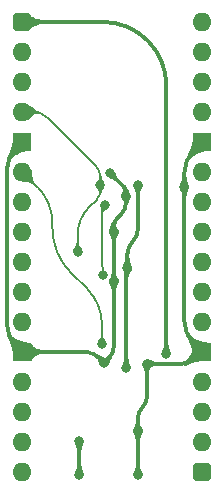
<source format=gbl>
%TF.GenerationSoftware,KiCad,Pcbnew,9.0.5*%
%TF.CreationDate,2025-10-11T12:48:29+02:00*%
%TF.ProjectId,Graphics Main Data,47726170-6869-4637-9320-4d61696e2044,V0*%
%TF.SameCoordinates,Original*%
%TF.FileFunction,Copper,L2,Bot*%
%TF.FilePolarity,Positive*%
%FSLAX46Y46*%
G04 Gerber Fmt 4.6, Leading zero omitted, Abs format (unit mm)*
G04 Created by KiCad (PCBNEW 9.0.5) date 2025-10-11 12:48:29*
%MOMM*%
%LPD*%
G01*
G04 APERTURE LIST*
G04 Aperture macros list*
%AMRoundRect*
0 Rectangle with rounded corners*
0 $1 Rounding radius*
0 $2 $3 $4 $5 $6 $7 $8 $9 X,Y pos of 4 corners*
0 Add a 4 corners polygon primitive as box body*
4,1,4,$2,$3,$4,$5,$6,$7,$8,$9,$2,$3,0*
0 Add four circle primitives for the rounded corners*
1,1,$1+$1,$2,$3*
1,1,$1+$1,$4,$5*
1,1,$1+$1,$6,$7*
1,1,$1+$1,$8,$9*
0 Add four rect primitives between the rounded corners*
20,1,$1+$1,$2,$3,$4,$5,0*
20,1,$1+$1,$4,$5,$6,$7,0*
20,1,$1+$1,$6,$7,$8,$9,0*
20,1,$1+$1,$8,$9,$2,$3,0*%
G04 Aperture macros list end*
%TA.AperFunction,ComponentPad*%
%ADD10RoundRect,0.400000X-0.400000X-0.400000X0.400000X-0.400000X0.400000X0.400000X-0.400000X0.400000X0*%
%TD*%
%TA.AperFunction,ComponentPad*%
%ADD11O,1.600000X1.600000*%
%TD*%
%TA.AperFunction,ComponentPad*%
%ADD12R,1.600000X1.600000*%
%TD*%
%TA.AperFunction,ViaPad*%
%ADD13C,0.800000*%
%TD*%
%TA.AperFunction,Conductor*%
%ADD14C,0.380000*%
%TD*%
%TA.AperFunction,Conductor*%
%ADD15C,0.200000*%
%TD*%
G04 APERTURE END LIST*
D10*
%TO.P,J5,1*%
%TO.N,5V*%
X0Y0D03*
D11*
%TO.P,J5,2*%
%TO.N,unconnected-(J5-Pad2)*%
X0Y-2540000D03*
%TO.P,J5,3*%
%TO.N,unconnected-(J5-Pad3)*%
X0Y-5080000D03*
%TO.P,J5,4*%
%TO.N,~{Main Read}*%
X0Y-7620000D03*
D12*
%TO.P,J5,5*%
%TO.N,GND*%
X0Y-10160000D03*
D11*
%TO.P,J5,6*%
%TO.N,~{Main Write}*%
X0Y-12700000D03*
%TO.P,J5,7*%
%TO.N,D7*%
X0Y-15240000D03*
%TO.P,J5,8*%
%TO.N,D6*%
X0Y-17780000D03*
%TO.P,J5,9*%
%TO.N,D5*%
X0Y-20320000D03*
%TO.P,J5,10*%
%TO.N,D4*%
X0Y-22860000D03*
%TO.P,J5,11*%
%TO.N,D3*%
X0Y-25400000D03*
D12*
%TO.P,J5,12*%
%TO.N,GND*%
X0Y-27940000D03*
D11*
%TO.P,J5,13*%
%TO.N,D2*%
X0Y-30480000D03*
%TO.P,J5,14*%
%TO.N,D1*%
X0Y-33020000D03*
%TO.P,J5,15*%
%TO.N,D0*%
X0Y-35560000D03*
%TO.P,J5,16*%
%TO.N,unconnected-(J5-Pad16)*%
X0Y-38100000D03*
D10*
%TO.P,J5,17*%
%TO.N,5V*%
X15240000Y-38100000D03*
D11*
%TO.P,J5,18*%
%TO.N,MD0*%
X15240000Y-35560000D03*
%TO.P,J5,19*%
%TO.N,MD1*%
X15240000Y-33020000D03*
%TO.P,J5,20*%
%TO.N,MD2*%
X15240000Y-30480000D03*
D12*
%TO.P,J5,21*%
%TO.N,GND*%
X15240000Y-27940000D03*
D11*
%TO.P,J5,22*%
%TO.N,MD3*%
X15240000Y-25400000D03*
%TO.P,J5,23*%
%TO.N,MD4*%
X15240000Y-22860000D03*
%TO.P,J5,24*%
%TO.N,MD5*%
X15240000Y-20320000D03*
%TO.P,J5,25*%
%TO.N,MD6*%
X15240000Y-17780000D03*
%TO.P,J5,26*%
%TO.N,MD7*%
X15240000Y-15240000D03*
%TO.P,J5,27*%
%TO.N,unconnected-(J5-Pad27)*%
X15240000Y-12700000D03*
D12*
%TO.P,J5,28*%
%TO.N,GND*%
X15240000Y-10160000D03*
D11*
%TO.P,J5,29*%
%TO.N,unconnected-(J5-Pad29)*%
X15240000Y-7620000D03*
%TO.P,J5,30*%
%TO.N,unconnected-(J5-Pad30)*%
X15240000Y-5080000D03*
%TO.P,J5,31*%
%TO.N,unconnected-(J5-Pad31)*%
X15240000Y-2540000D03*
%TO.P,J5,32*%
%TO.N,unconnected-(J5-Pad32)*%
X15240000Y0D03*
%TD*%
D13*
%TO.N,GND*%
X7747000Y-21971000D03*
X6908001Y-28879001D03*
X8763000Y-14732000D03*
X9779000Y-34656000D03*
X4814001Y-35494997D03*
X4826000Y-38364400D03*
X10541000Y-28956000D03*
X13716000Y-13970000D03*
X9779000Y-38364400D03*
X7747000Y-17780000D03*
X7420188Y-12802199D03*
%TO.N,5V*%
X12192000Y-28116000D03*
%TO.N,/3.3V*%
X8889997Y-20828000D03*
X9779000Y-13798000D03*
X8808000Y-29337000D03*
%TO.N,~{Main Write}*%
X6731000Y-27305000D03*
%TO.N,~{Main Read}*%
X4681998Y-19447996D03*
X6604000Y-13798000D03*
%TO.N,/~{Read}_{4}*%
X6858000Y-21463000D03*
X6985000Y-15494000D03*
%TD*%
D14*
%TO.N,/3.3V*%
X9779000Y-17532379D02*
G75*
G02*
X9334495Y-18605498I-1517630J9D01*
G01*
X9334498Y-18605501D02*
G75*
G03*
X8890007Y-19678623I1073102J-1073099D01*
G01*
X8848998Y-20868998D02*
G75*
G03*
X8807990Y-20967977I99002J-99002D01*
G01*
%TO.N,5V*%
X10604500Y-1587500D02*
G75*
G02*
X12191998Y-5420064I-3832560J-3832560D01*
G01*
X10604500Y-1587500D02*
G75*
G03*
X6771935Y-2I-3832560J-3832560D01*
G01*
%TO.N,GND*%
X14478000Y-10922000D02*
G75*
G03*
X13716013Y-12761630I1839600J-1839600D01*
G01*
X4814001Y-38343916D02*
G75*
G03*
X4820005Y-38358395I20499J16D01*
G01*
X13716000Y-25338369D02*
G75*
G03*
X14478000Y-27178000I2601630J-1D01*
G01*
X14732000Y-28448000D02*
G75*
G02*
X13505579Y-28955992I-1226400J1226400D01*
G01*
X10160000Y-32649400D02*
G75*
G03*
X9779006Y-33569215I919800J-919800D01*
G01*
X-1270000Y-25771974D02*
G75*
G03*
X-634998Y-27304999I2168030J4D01*
G01*
X7747000Y-27446740D02*
G75*
G02*
X7327502Y-28459503I-1432270J0D01*
G01*
X-634999Y-10795000D02*
G75*
G03*
X-1270001Y-12328025I1533029J-1533030D01*
G01*
X10541000Y-31729584D02*
G75*
G02*
X10160005Y-32649405I-1300800J-16D01*
G01*
X8555468Y-13937479D02*
G75*
G02*
X8762984Y-14438505I-501068J-501021D01*
G01*
X8061308Y-16576690D02*
G75*
G03*
X7746993Y-17335500I758792J-758810D01*
G01*
X8763000Y-15303500D02*
G75*
G02*
X8358884Y-16279107I-1379700J0D01*
G01*
X6438500Y-28409500D02*
G75*
G03*
X5305026Y-27940004I-1133470J-1133480D01*
G01*
D15*
%TO.N,/~{Read}_{4}*%
X6858000Y-15621000D02*
G75*
G03*
X6731002Y-15927605I306600J-306600D01*
G01*
X6731000Y-20611197D02*
G75*
G03*
X6794499Y-20764501I216800J-3D01*
G01*
X6794500Y-20764500D02*
G75*
G02*
X6857999Y-20917802I-153300J-153300D01*
G01*
%TO.N,~{Main Read}*%
X6604000Y-14265000D02*
G75*
G02*
X6273774Y-15062211I-1127400J0D01*
G01*
X2234716Y-8203716D02*
G75*
G03*
X825500Y-7619996I-1409216J-1409204D01*
G01*
X5642999Y-15693001D02*
G75*
G03*
X4682000Y-18013062I2320061J-2320059D01*
G01*
X6170897Y-12139897D02*
G75*
G02*
X6604002Y-13185500I-1045597J-1045603D01*
G01*
%TO.N,~{Main Write}*%
X1270000Y-13970000D02*
G75*
G02*
X2540000Y-17036051I-3066058J-3066054D01*
G01*
X2540000Y-17462500D02*
G75*
G03*
X4111544Y-21256544I5365577J-5D01*
G01*
X5518665Y-22663665D02*
G75*
G02*
X6731000Y-25590500I-2926835J-2926835D01*
G01*
D14*
%TO.N,GND*%
X7747000Y-27446740D02*
X7747000Y-21971000D01*
X7420188Y-12802199D02*
X8555468Y-13937479D01*
X6908001Y-28879001D02*
X6438500Y-28409500D01*
X6908001Y-28879001D02*
X7327500Y-28459501D01*
X14732000Y-28448000D02*
X15240000Y-27940000D01*
X10541000Y-31729584D02*
X10541000Y-28956000D01*
X7747000Y-17780000D02*
X7747000Y-21971000D01*
X5305026Y-27940000D02*
X0Y-27940000D01*
X14478000Y-27178000D02*
X15240000Y-27940000D01*
X13505579Y-28956000D02*
X10541000Y-28956000D01*
X-1270000Y-25771974D02*
X-1270000Y-12328025D01*
X8763000Y-15303500D02*
X8763000Y-14732000D01*
X4814001Y-38343916D02*
X4814001Y-35494997D01*
X7747000Y-17780000D02*
X7747000Y-17335500D01*
X4820000Y-38358400D02*
X4826000Y-38364400D01*
X13716000Y-12761630D02*
X13716000Y-13970000D01*
X8763000Y-14438505D02*
X8763000Y-14732000D01*
X8061308Y-16576690D02*
X8358888Y-16279111D01*
X9779000Y-34656000D02*
X9779000Y-33569215D01*
X9779000Y-34656000D02*
X9779000Y-38364400D01*
X13716000Y-25338369D02*
X13716000Y-13970000D01*
X-634999Y-27305000D02*
X0Y-27940000D01*
X14478000Y-10922000D02*
X15240000Y-10160000D01*
X-634999Y-10795000D02*
X0Y-10160000D01*
%TO.N,5V*%
X12192000Y-28116000D02*
X12192000Y-5420064D01*
X6771935Y0D02*
X0Y0D01*
%TO.N,/3.3V*%
X8808000Y-20967977D02*
X8808000Y-29337000D01*
X9779000Y-17532379D02*
X9779000Y-13798000D01*
X8848998Y-20868998D02*
X8889997Y-20828000D01*
X8889997Y-19678623D02*
X8889997Y-20828000D01*
D15*
%TO.N,~{Main Write}*%
X1270000Y-13970000D02*
X0Y-12700000D01*
X4111544Y-21256544D02*
X5518665Y-22663665D01*
X6731000Y-25590500D02*
X6731000Y-27305000D01*
X2540000Y-17036051D02*
X2540000Y-17462500D01*
%TO.N,~{Main Read}*%
X6273781Y-15062218D02*
X5642999Y-15693001D01*
X6604000Y-14265000D02*
X6604000Y-13798000D01*
X2234716Y-8203716D02*
X6170897Y-12139897D01*
X6604000Y-13798000D02*
X6604000Y-13185500D01*
X825500Y-7620000D02*
X0Y-7620000D01*
X4681998Y-19447996D02*
X4681998Y-18013062D01*
%TO.N,/~{Read}_{4}*%
X6731000Y-15927605D02*
X6731000Y-20611197D01*
X6858000Y-15621000D02*
X6985000Y-15494000D01*
X6858000Y-21463000D02*
X6858000Y-20917802D01*
%TD*%
%TA.AperFunction,Conductor*%
%TO.N,GND*%
G36*
X14454483Y-9867524D02*
G01*
X15235876Y-10157409D01*
X15242440Y-10163499D01*
X15242450Y-10163520D01*
X15598618Y-10943834D01*
X15598935Y-10952783D01*
X15592832Y-10959336D01*
X15588231Y-10960389D01*
X15549618Y-10961237D01*
X15549598Y-10961238D01*
X15422105Y-10972685D01*
X15422085Y-10972688D01*
X15294437Y-10995254D01*
X15294430Y-10995255D01*
X15294427Y-10995256D01*
X15294424Y-10995256D01*
X15294418Y-10995258D01*
X15155337Y-11031551D01*
X15018667Y-11078525D01*
X14876255Y-11139194D01*
X14876254Y-11139195D01*
X14739905Y-11208761D01*
X14608323Y-11287387D01*
X14486675Y-11371619D01*
X14486668Y-11371624D01*
X14287536Y-11542229D01*
X14161450Y-11690216D01*
X14153476Y-11694291D01*
X14147468Y-11693169D01*
X13825270Y-11538008D01*
X13819303Y-11531331D01*
X13819805Y-11522391D01*
X13820560Y-11521055D01*
X13895822Y-11406505D01*
X14089180Y-11058684D01*
X14249414Y-10698727D01*
X14360008Y-10371313D01*
X14421368Y-10092019D01*
X14438752Y-9877545D01*
X14442835Y-9869579D01*
X14451358Y-9866831D01*
X14454483Y-9867524D01*
G37*
%TD.AperFunction*%
%TD*%
%TA.AperFunction,Conductor*%
%TO.N,GND*%
G36*
X14161384Y-26410468D02*
G01*
X14207131Y-26470158D01*
X14207141Y-26470170D01*
X14288784Y-26559019D01*
X14288790Y-26559025D01*
X14300722Y-26569992D01*
X14385345Y-26647773D01*
X14385358Y-26647783D01*
X14495634Y-26735015D01*
X14617395Y-26818426D01*
X14617398Y-26818428D01*
X14874805Y-26960126D01*
X14874809Y-26960127D01*
X14874812Y-26960129D01*
X15100300Y-27048636D01*
X15133737Y-27061761D01*
X15379708Y-27121005D01*
X15589427Y-27138609D01*
X15597384Y-27142716D01*
X15600107Y-27151247D01*
X15599092Y-27155126D01*
X15242450Y-27936479D01*
X15235897Y-27942582D01*
X15235876Y-27942590D01*
X14454447Y-28232488D01*
X14445498Y-28232153D01*
X14439408Y-28225589D01*
X14438719Y-28222496D01*
X14420176Y-28000269D01*
X14387649Y-27835713D01*
X14342236Y-27667693D01*
X14275384Y-27469463D01*
X14197344Y-27274485D01*
X14101566Y-27066360D01*
X14001259Y-26873670D01*
X13820016Y-26578833D01*
X13818603Y-26569992D01*
X13823857Y-26562740D01*
X13824897Y-26562171D01*
X14147024Y-26407043D01*
X14155962Y-26406542D01*
X14161384Y-26410468D01*
G37*
%TD.AperFunction*%
%TD*%
%TA.AperFunction,Conductor*%
%TO.N,GND*%
G36*
X14455668Y-27514342D02*
G01*
X15236717Y-27937530D01*
X15242358Y-27944484D01*
X15242363Y-27944501D01*
X15472873Y-28724370D01*
X15471932Y-28733275D01*
X15464969Y-28738906D01*
X15461206Y-28739377D01*
X15435232Y-28738383D01*
X15435179Y-28738383D01*
X15277755Y-28742259D01*
X15277747Y-28742259D01*
X15108990Y-28759399D01*
X14735397Y-28828566D01*
X14735379Y-28828570D01*
X14358484Y-28926935D01*
X14358480Y-28926936D01*
X14009446Y-29035143D01*
X13732427Y-29129405D01*
X13723491Y-29128826D01*
X13717582Y-29122098D01*
X13717104Y-29120168D01*
X13661181Y-28767054D01*
X13663272Y-28758348D01*
X13667541Y-28754742D01*
X13805209Y-28686535D01*
X13890148Y-28626077D01*
X13974099Y-28553096D01*
X14055801Y-28468415D01*
X14133517Y-28373308D01*
X14266346Y-28164925D01*
X14363187Y-27944253D01*
X14420989Y-27722482D01*
X14438442Y-27523604D01*
X14442578Y-27515665D01*
X14451119Y-27512975D01*
X14455668Y-27514342D01*
G37*
%TD.AperFunction*%
%TD*%
%TA.AperFunction,Conductor*%
%TO.N,GND*%
G36*
X-981410Y-26393057D02*
G01*
X-977443Y-26396824D01*
X-941922Y-26451631D01*
X-920181Y-26485179D01*
X-917724Y-26488969D01*
X-845962Y-26575526D01*
X-760619Y-26661289D01*
X-662058Y-26745521D01*
X-552518Y-26825742D01*
X-316077Y-26962955D01*
X-71911Y-27062356D01*
X162726Y-27120113D01*
X166280Y-27120988D01*
X289017Y-27131358D01*
X374257Y-27138561D01*
X382211Y-27142672D01*
X384929Y-27151204D01*
X383785Y-27155352D01*
X2389Y-27936600D01*
X-4319Y-27942530D01*
X-4330Y-27942534D01*
X-4339Y-27942537D01*
X-784800Y-28209465D01*
X-793737Y-28208900D01*
X-799656Y-28202181D01*
X-800284Y-28198603D01*
X-801599Y-28124524D01*
X-801599Y-28124507D01*
X-816202Y-27970901D01*
X-816206Y-27970872D01*
X-843968Y-27809690D01*
X-893194Y-27605346D01*
X-955707Y-27398630D01*
X-1045214Y-27149131D01*
X-1045219Y-27149117D01*
X-1142651Y-26912545D01*
X-1249317Y-26681671D01*
X-1342469Y-26500939D01*
X-1343213Y-26492015D01*
X-1337429Y-26485179D01*
X-1335101Y-26484279D01*
X-990288Y-26391888D01*
X-981410Y-26393057D01*
G37*
%TD.AperFunction*%
%TD*%
%TA.AperFunction,Conductor*%
%TO.N,GND*%
G36*
X-785514Y-9890289D02*
G01*
X-4337Y-10157463D01*
X2379Y-10163380D01*
X125166Y-10414895D01*
X383471Y-10944005D01*
X384021Y-10952943D01*
X378090Y-10959652D01*
X373500Y-10960825D01*
X270153Y-10965624D01*
X270146Y-10965624D01*
X270144Y-10965625D01*
X142835Y-10983082D01*
X142826Y-10983084D01*
X17052Y-11011303D01*
X17032Y-11011309D01*
X-115977Y-11052629D01*
X-115994Y-11052635D01*
X-244878Y-11103885D01*
X-374590Y-11166981D01*
X-374599Y-11166986D01*
X-496995Y-11237980D01*
X-610984Y-11315536D01*
X-610988Y-11315539D01*
X-610993Y-11315543D01*
X-714759Y-11397869D01*
X-878396Y-11561483D01*
X-977377Y-11703575D01*
X-984916Y-11708404D01*
X-990004Y-11708188D01*
X-1334810Y-11615798D01*
X-1341914Y-11610347D01*
X-1343083Y-11601469D01*
X-1342074Y-11598932D01*
X-1332110Y-11580506D01*
X-1332094Y-11580475D01*
X-1140053Y-11181493D01*
X-1140052Y-11181489D01*
X-980237Y-10773878D01*
X-872340Y-10414895D01*
X-814901Y-10119371D01*
X-800973Y-9900617D01*
X-797028Y-9892578D01*
X-788554Y-9889684D01*
X-785514Y-9890289D01*
G37*
%TD.AperFunction*%
%TD*%
%TA.AperFunction,Conductor*%
%TO.N,GND*%
G36*
X8736809Y-13852695D02*
G01*
X8737206Y-13853129D01*
X8781879Y-13904537D01*
X8819632Y-13947982D01*
X8820569Y-13949215D01*
X8852801Y-13998097D01*
X8878156Y-14036551D01*
X8878981Y-14038024D01*
X8915793Y-14116606D01*
X8916222Y-14117649D01*
X8930485Y-14157761D01*
X8943878Y-14195428D01*
X8994004Y-14328488D01*
X9044343Y-14418321D01*
X9090313Y-14500358D01*
X9091368Y-14509250D01*
X9086630Y-14515789D01*
X8767739Y-14730001D01*
X8758961Y-14731770D01*
X8758916Y-14731761D01*
X8383616Y-14656555D01*
X8376178Y-14651569D01*
X8374443Y-14642784D01*
X8374795Y-14641443D01*
X8413577Y-14523286D01*
X8414380Y-14521413D01*
X8417393Y-14515789D01*
X8469609Y-14418321D01*
X8503270Y-14357934D01*
X8530824Y-14278112D01*
X8531263Y-14241540D01*
X8521761Y-14203416D01*
X8517467Y-14195428D01*
X8497219Y-14157760D01*
X8462585Y-14116024D01*
X8459939Y-14107470D01*
X8463465Y-14100134D01*
X8720267Y-13852397D01*
X8728599Y-13849120D01*
X8736809Y-13852695D01*
G37*
%TD.AperFunction*%
%TD*%
%TA.AperFunction,Conductor*%
%TO.N,/~{Read}_{4}*%
G36*
X6989005Y-15495689D02*
G01*
X6989049Y-15495718D01*
X7306870Y-15709034D01*
X7311830Y-15716490D01*
X7310065Y-15725269D01*
X7309379Y-15726189D01*
X7252391Y-15795348D01*
X7250717Y-15797007D01*
X7182507Y-15852143D01*
X7180460Y-15853471D01*
X7041393Y-15924265D01*
X7040942Y-15924482D01*
X6970478Y-15956636D01*
X6895860Y-16009158D01*
X6895860Y-16009159D01*
X6869708Y-16042331D01*
X6869706Y-16042334D01*
X6849649Y-16083923D01*
X6835831Y-16140125D01*
X6831747Y-16199673D01*
X6827763Y-16207692D01*
X6820075Y-16210572D01*
X6642874Y-16210572D01*
X6634601Y-16207145D01*
X6631174Y-16198872D01*
X6631175Y-16198699D01*
X6633848Y-16017619D01*
X6633960Y-16009158D01*
X6635423Y-15898965D01*
X6625784Y-15765258D01*
X6594604Y-15583234D01*
X6596585Y-15574503D01*
X6603822Y-15569792D01*
X6980218Y-15493963D01*
X6989005Y-15495689D01*
G37*
%TD.AperFunction*%
%TD*%
%TA.AperFunction,Conductor*%
%TO.N,GND*%
G36*
X8126961Y-22046547D02*
G01*
X8134394Y-22051541D01*
X8136120Y-22060328D01*
X8135917Y-22061170D01*
X8086264Y-22238578D01*
X8085671Y-22240215D01*
X8028056Y-22368602D01*
X8027931Y-22368872D01*
X7999519Y-22428111D01*
X7999512Y-22428129D01*
X7954821Y-22562380D01*
X7941727Y-22651146D01*
X7937472Y-22752107D01*
X7933699Y-22760228D01*
X7925782Y-22763314D01*
X7568091Y-22763314D01*
X7559818Y-22759887D01*
X7556408Y-22752238D01*
X7549716Y-22626998D01*
X7529994Y-22524629D01*
X7501027Y-22442961D01*
X7466038Y-22368811D01*
X7465973Y-22368670D01*
X7465942Y-22368602D01*
X7410564Y-22246057D01*
X7409968Y-22244424D01*
X7358126Y-22061195D01*
X7359171Y-22052302D01*
X7366199Y-22046752D01*
X7367060Y-22046542D01*
X7744692Y-21970465D01*
X7749308Y-21970465D01*
X8126961Y-22046547D01*
G37*
%TD.AperFunction*%
%TD*%
%TA.AperFunction,Conductor*%
%TO.N,GND*%
G36*
X7758501Y-12590213D02*
G01*
X7758954Y-12590952D01*
X7849291Y-12751509D01*
X7850029Y-12753085D01*
X7900078Y-12884624D01*
X7900180Y-12884903D01*
X7917521Y-12934209D01*
X7921977Y-12946879D01*
X7985312Y-13073419D01*
X8016928Y-13115977D01*
X8038813Y-13145437D01*
X8038826Y-13145452D01*
X8107198Y-13219840D01*
X8110274Y-13228250D01*
X8106857Y-13236030D01*
X7853931Y-13488956D01*
X7845658Y-13492383D01*
X7837838Y-13489386D01*
X7744553Y-13405564D01*
X7744550Y-13405562D01*
X7744548Y-13405560D01*
X7704397Y-13378381D01*
X7658220Y-13347122D01*
X7579985Y-13309855D01*
X7502818Y-13282166D01*
X7502638Y-13282099D01*
X7376789Y-13234590D01*
X7375213Y-13233857D01*
X7217018Y-13145439D01*
X7208989Y-13140951D01*
X7203440Y-13133924D01*
X7204485Y-13125031D01*
X7204946Y-13124275D01*
X7418176Y-12803454D01*
X7421444Y-12800187D01*
X7742283Y-12586944D01*
X7751068Y-12585219D01*
X7758501Y-12590213D01*
G37*
%TD.AperFunction*%
%TD*%
%TA.AperFunction,Conductor*%
%TO.N,GND*%
G36*
X6468858Y-28174264D02*
G01*
X6658691Y-28297136D01*
X6658691Y-28297137D01*
X6740222Y-28336571D01*
X6805246Y-28368023D01*
X6901793Y-28412557D01*
X6902388Y-28412853D01*
X7002333Y-28466349D01*
X7003007Y-28466739D01*
X7120041Y-28540033D01*
X7125234Y-28547327D01*
X7123747Y-28556158D01*
X7123575Y-28556424D01*
X6910113Y-28877626D01*
X6906846Y-28880893D01*
X6585693Y-29094394D01*
X6576907Y-29096121D01*
X6569473Y-29091128D01*
X6569139Y-29090597D01*
X6523694Y-29013580D01*
X6523064Y-29012351D01*
X6489141Y-28935354D01*
X6488599Y-28933853D01*
X6450353Y-28800070D01*
X6417756Y-28687129D01*
X6417755Y-28687128D01*
X6417755Y-28687126D01*
X6358852Y-28587415D01*
X6358850Y-28587412D01*
X6307335Y-28533271D01*
X6244826Y-28482655D01*
X6240553Y-28474785D01*
X6242723Y-28466685D01*
X6453038Y-28177208D01*
X6460672Y-28172531D01*
X6468858Y-28174264D01*
G37*
%TD.AperFunction*%
%TD*%
%TA.AperFunction,Conductor*%
%TO.N,GND*%
G36*
X7260953Y-28273350D02*
G01*
X7532634Y-28470738D01*
X7550643Y-28483822D01*
X7555322Y-28491457D01*
X7553695Y-28499476D01*
X7448368Y-28668439D01*
X7448366Y-28668443D01*
X7392397Y-28802172D01*
X7349687Y-28908878D01*
X7349262Y-28909818D01*
X7306169Y-28994866D01*
X7305689Y-28995722D01*
X7246943Y-29090930D01*
X7239682Y-29096171D01*
X7230842Y-29094743D01*
X7230510Y-29094530D01*
X6909375Y-28881113D01*
X6906108Y-28877846D01*
X6855800Y-28802172D01*
X6692675Y-28556795D01*
X6690948Y-28548009D01*
X6695941Y-28540575D01*
X6696554Y-28540194D01*
X6765576Y-28500379D01*
X6767043Y-28499666D01*
X6767514Y-28499476D01*
X6837362Y-28471297D01*
X6839147Y-28470739D01*
X6962954Y-28442747D01*
X7060875Y-28421210D01*
X7152058Y-28373483D01*
X7200763Y-28329310D01*
X7245038Y-28275389D01*
X7252934Y-28271172D01*
X7260953Y-28273350D01*
G37*
%TD.AperFunction*%
%TD*%
%TA.AperFunction,Conductor*%
%TO.N,GND*%
G36*
X10920961Y-29031547D02*
G01*
X10928394Y-29036541D01*
X10930120Y-29045328D01*
X10929917Y-29046170D01*
X10880264Y-29223578D01*
X10879671Y-29225215D01*
X10822056Y-29353602D01*
X10821931Y-29353872D01*
X10793519Y-29413111D01*
X10793512Y-29413129D01*
X10748821Y-29547380D01*
X10735727Y-29636146D01*
X10731472Y-29737107D01*
X10727699Y-29745228D01*
X10719782Y-29748314D01*
X10362091Y-29748314D01*
X10353818Y-29744887D01*
X10350408Y-29737238D01*
X10343716Y-29611998D01*
X10323994Y-29509629D01*
X10295027Y-29427961D01*
X10260038Y-29353811D01*
X10259973Y-29353670D01*
X10259942Y-29353602D01*
X10204564Y-29231057D01*
X10203968Y-29229424D01*
X10152126Y-29046195D01*
X10153171Y-29037302D01*
X10160199Y-29031752D01*
X10161060Y-29031542D01*
X10538692Y-28955465D01*
X10543308Y-28955465D01*
X10920961Y-29031547D01*
G37*
%TD.AperFunction*%
%TD*%
%TA.AperFunction,Conductor*%
%TO.N,GND*%
G36*
X8126961Y-17855547D02*
G01*
X8134394Y-17860541D01*
X8136120Y-17869328D01*
X8135917Y-17870170D01*
X8086264Y-18047578D01*
X8085671Y-18049215D01*
X8028056Y-18177602D01*
X8027931Y-18177872D01*
X7999519Y-18237111D01*
X7999512Y-18237129D01*
X7954821Y-18371380D01*
X7941727Y-18460146D01*
X7937472Y-18561107D01*
X7933699Y-18569228D01*
X7925782Y-18572314D01*
X7568091Y-18572314D01*
X7559818Y-18568887D01*
X7556408Y-18561238D01*
X7549716Y-18435998D01*
X7529994Y-18333629D01*
X7501027Y-18251961D01*
X7466038Y-18177811D01*
X7465973Y-18177670D01*
X7465942Y-18177602D01*
X7410564Y-18055057D01*
X7409968Y-18053424D01*
X7358126Y-17870195D01*
X7359171Y-17861302D01*
X7366199Y-17855752D01*
X7367060Y-17855542D01*
X7744692Y-17779465D01*
X7749308Y-17779465D01*
X8126961Y-17855547D01*
G37*
%TD.AperFunction*%
%TD*%
%TA.AperFunction,Conductor*%
%TO.N,GND*%
G36*
X7934182Y-21182113D02*
G01*
X7937592Y-21189762D01*
X7944283Y-21315001D01*
X7955481Y-21373121D01*
X7964006Y-21417371D01*
X7964007Y-21417373D01*
X7992973Y-21499038D01*
X7992973Y-21499040D01*
X8027945Y-21573153D01*
X8028026Y-21573328D01*
X8083434Y-21695941D01*
X8084030Y-21697574D01*
X8135873Y-21880804D01*
X8134828Y-21889697D01*
X8127800Y-21895247D01*
X8126926Y-21895459D01*
X7749311Y-21971534D01*
X7744689Y-21971534D01*
X7367038Y-21895452D01*
X7359605Y-21890458D01*
X7357879Y-21881671D01*
X7358082Y-21880829D01*
X7358089Y-21880804D01*
X7402771Y-21721153D01*
X7403897Y-21718477D01*
X7417577Y-21694784D01*
X7426389Y-21661895D01*
X7427007Y-21660159D01*
X7465974Y-21573328D01*
X7466041Y-21573182D01*
X7494485Y-21513876D01*
X7539179Y-21379614D01*
X7552272Y-21290856D01*
X7556528Y-21189893D01*
X7560301Y-21181772D01*
X7568218Y-21178686D01*
X7925909Y-21178686D01*
X7934182Y-21182113D01*
G37*
%TD.AperFunction*%
%TD*%
%TA.AperFunction,Conductor*%
%TO.N,GND*%
G36*
X797509Y-27159022D02*
G01*
X800924Y-27166886D01*
X801023Y-27169760D01*
X811318Y-27237653D01*
X831805Y-27301434D01*
X831808Y-27301439D01*
X865922Y-27368630D01*
X865924Y-27368633D01*
X865927Y-27368638D01*
X910156Y-27430522D01*
X972820Y-27496291D01*
X1044719Y-27554632D01*
X1044722Y-27554633D01*
X1044726Y-27554637D01*
X1137115Y-27613343D01*
X1137117Y-27613344D01*
X1137125Y-27613349D01*
X1234671Y-27661729D01*
X1340211Y-27701957D01*
X1426345Y-27725768D01*
X1442064Y-27730114D01*
X1503444Y-27737842D01*
X1589763Y-27748711D01*
X1597542Y-27753143D01*
X1600000Y-27760318D01*
X1600000Y-28119434D01*
X1596573Y-28127707D01*
X1589489Y-28131073D01*
X1478710Y-28142387D01*
X1478703Y-28142388D01*
X1283222Y-28198327D01*
X1106511Y-28284498D01*
X969520Y-28386752D01*
X874704Y-28497504D01*
X818867Y-28614657D01*
X803447Y-28717094D01*
X798826Y-28724765D01*
X790135Y-28726922D01*
X783610Y-28723630D01*
X7287Y-27948277D01*
X3856Y-27940007D01*
X7278Y-27931732D01*
X7288Y-27931722D01*
X780965Y-27159011D01*
X789238Y-27155590D01*
X797509Y-27159022D01*
G37*
%TD.AperFunction*%
%TD*%
%TA.AperFunction,Conductor*%
%TO.N,GND*%
G36*
X10631168Y-28567081D02*
G01*
X10808581Y-28616735D01*
X10810214Y-28617327D01*
X10938636Y-28674958D01*
X10938844Y-28675054D01*
X10998123Y-28703485D01*
X11042699Y-28718323D01*
X11132380Y-28748178D01*
X11132383Y-28748178D01*
X11132385Y-28748179D01*
X11221144Y-28761272D01*
X11322108Y-28765527D01*
X11330228Y-28769300D01*
X11333314Y-28777217D01*
X11333314Y-29134908D01*
X11329887Y-29143181D01*
X11322238Y-29146591D01*
X11196998Y-29153283D01*
X11125007Y-29167153D01*
X11094628Y-29173006D01*
X11094625Y-29173006D01*
X11094625Y-29173007D01*
X11012960Y-29201973D01*
X11012958Y-29201973D01*
X10938844Y-29236945D01*
X10938669Y-29237026D01*
X10816058Y-29292434D01*
X10814425Y-29293030D01*
X10631195Y-29344873D01*
X10622302Y-29343828D01*
X10616752Y-29336800D01*
X10616540Y-29335926D01*
X10607898Y-29293030D01*
X10540465Y-28958308D01*
X10540465Y-28953691D01*
X10616547Y-28576036D01*
X10621541Y-28568605D01*
X10630328Y-28566879D01*
X10631168Y-28567081D01*
G37*
%TD.AperFunction*%
%TD*%
%TA.AperFunction,Conductor*%
%TO.N,GND*%
G36*
X9094557Y-14797793D02*
G01*
X9143046Y-14807564D01*
X9150479Y-14812557D01*
X9152204Y-14821344D01*
X9152024Y-14822109D01*
X9105166Y-14994095D01*
X9104585Y-14995733D01*
X9051180Y-15117044D01*
X9051181Y-15117045D01*
X8997891Y-15239208D01*
X8997889Y-15239213D01*
X8971835Y-15326491D01*
X8971835Y-15326493D01*
X8951144Y-15430637D01*
X8946170Y-15438084D01*
X8937838Y-15439913D01*
X8584150Y-15383895D01*
X8576515Y-15379216D01*
X8574303Y-15371601D01*
X8580527Y-15273086D01*
X8565226Y-15191778D01*
X8565226Y-15191776D01*
X8533941Y-15127437D01*
X8518849Y-15106028D01*
X8492891Y-15069202D01*
X8482048Y-15054615D01*
X8481499Y-15053808D01*
X8444927Y-14994930D01*
X8415823Y-14948075D01*
X8414635Y-14945515D01*
X8374737Y-14822524D01*
X8375444Y-14813597D01*
X8382256Y-14807785D01*
X8383549Y-14807445D01*
X8760851Y-14731477D01*
X8765463Y-14731477D01*
X9094557Y-14797793D01*
G37*
%TD.AperFunction*%
%TD*%
%TA.AperFunction,Conductor*%
%TO.N,GND*%
G36*
X5001225Y-37575513D02*
G01*
X5004633Y-37583116D01*
X5011775Y-37707711D01*
X5026719Y-37780137D01*
X5032777Y-37809493D01*
X5063520Y-37890451D01*
X5100460Y-37963501D01*
X5100581Y-37963747D01*
X5163521Y-38095806D01*
X5164029Y-38097053D01*
X5192493Y-38180248D01*
X5192793Y-38181274D01*
X5215441Y-38274536D01*
X5214063Y-38283384D01*
X5206832Y-38288667D01*
X5206382Y-38288767D01*
X4828311Y-38364934D01*
X4823689Y-38364934D01*
X4445938Y-38288832D01*
X4438505Y-38283838D01*
X4436779Y-38275051D01*
X4436951Y-38274324D01*
X4484381Y-38099439D01*
X4484873Y-38098004D01*
X4538440Y-37970354D01*
X4538551Y-37970100D01*
X4541457Y-37963631D01*
X4561724Y-37918516D01*
X4606202Y-37780137D01*
X4619276Y-37688642D01*
X4623546Y-37583312D01*
X4627305Y-37575185D01*
X4635236Y-37572086D01*
X4992952Y-37572086D01*
X5001225Y-37575513D01*
G37*
%TD.AperFunction*%
%TD*%
%TA.AperFunction,Conductor*%
%TO.N,GND*%
G36*
X5193962Y-35570544D02*
G01*
X5201395Y-35575538D01*
X5203121Y-35584325D01*
X5202918Y-35585167D01*
X5153265Y-35762575D01*
X5152672Y-35764212D01*
X5095057Y-35892599D01*
X5094932Y-35892869D01*
X5066520Y-35952108D01*
X5066513Y-35952126D01*
X5021822Y-36086377D01*
X5008728Y-36175143D01*
X5004473Y-36276104D01*
X5000700Y-36284225D01*
X4992783Y-36287311D01*
X4635092Y-36287311D01*
X4626819Y-36283884D01*
X4623409Y-36276235D01*
X4616717Y-36150995D01*
X4596995Y-36048626D01*
X4568028Y-35966958D01*
X4533039Y-35892808D01*
X4532974Y-35892667D01*
X4532943Y-35892599D01*
X4477565Y-35770054D01*
X4476969Y-35768421D01*
X4425127Y-35585192D01*
X4426172Y-35576299D01*
X4433200Y-35570749D01*
X4434061Y-35570539D01*
X4811693Y-35494462D01*
X4816309Y-35494462D01*
X5193962Y-35570544D01*
G37*
%TD.AperFunction*%
%TD*%
%TA.AperFunction,Conductor*%
%TO.N,GND*%
G36*
X7625198Y-16954744D02*
G01*
X7839459Y-17043495D01*
X7955984Y-17091762D01*
X7962316Y-17098094D01*
X7962758Y-17105783D01*
X7933626Y-17207833D01*
X7937625Y-17293988D01*
X7937625Y-17293991D01*
X7937626Y-17293994D01*
X7937627Y-17293996D01*
X7967534Y-17365565D01*
X7967535Y-17365566D01*
X8013155Y-17433691D01*
X8013392Y-17434060D01*
X8094534Y-17565636D01*
X8095699Y-17568151D01*
X8135238Y-17689460D01*
X8134544Y-17698388D01*
X8127740Y-17704210D01*
X8126420Y-17704556D01*
X7748928Y-17780458D01*
X7744311Y-17780458D01*
X7366625Y-17704369D01*
X7359192Y-17699375D01*
X7357466Y-17690588D01*
X7357561Y-17690157D01*
X7430252Y-17391737D01*
X7430771Y-17390128D01*
X7519310Y-17170953D01*
X7519378Y-17170789D01*
X7609981Y-16960916D01*
X7616406Y-16954679D01*
X7625198Y-16954744D01*
G37*
%TD.AperFunction*%
%TD*%
%TA.AperFunction,Conductor*%
%TO.N,GND*%
G36*
X13903182Y-13181113D02*
G01*
X13906592Y-13188762D01*
X13913283Y-13314001D01*
X13924481Y-13372121D01*
X13933006Y-13416371D01*
X13933007Y-13416373D01*
X13961973Y-13498038D01*
X13961973Y-13498040D01*
X13996945Y-13572153D01*
X13997026Y-13572328D01*
X14052434Y-13694941D01*
X14053030Y-13696574D01*
X14104873Y-13879804D01*
X14103828Y-13888697D01*
X14096800Y-13894247D01*
X14095926Y-13894459D01*
X13718311Y-13970534D01*
X13713689Y-13970534D01*
X13336038Y-13894452D01*
X13328605Y-13889458D01*
X13326879Y-13880671D01*
X13327082Y-13879829D01*
X13376735Y-13702419D01*
X13377325Y-13700788D01*
X13434974Y-13572328D01*
X13435041Y-13572182D01*
X13463485Y-13512876D01*
X13508179Y-13378614D01*
X13521272Y-13289856D01*
X13525528Y-13188893D01*
X13529301Y-13180772D01*
X13537218Y-13177686D01*
X13894909Y-13177686D01*
X13903182Y-13181113D01*
G37*
%TD.AperFunction*%
%TD*%
%TA.AperFunction,Conductor*%
%TO.N,GND*%
G36*
X9966182Y-33867113D02*
G01*
X9969592Y-33874762D01*
X9976283Y-34000001D01*
X9987481Y-34058121D01*
X9996006Y-34102371D01*
X9996007Y-34102373D01*
X10024973Y-34184038D01*
X10024973Y-34184040D01*
X10059945Y-34258153D01*
X10060026Y-34258328D01*
X10115434Y-34380941D01*
X10116030Y-34382574D01*
X10167873Y-34565804D01*
X10166828Y-34574697D01*
X10159800Y-34580247D01*
X10158926Y-34580459D01*
X9781311Y-34656534D01*
X9776689Y-34656534D01*
X9399038Y-34580452D01*
X9391605Y-34575458D01*
X9389879Y-34566671D01*
X9390082Y-34565829D01*
X9439735Y-34388419D01*
X9440325Y-34386788D01*
X9497974Y-34258328D01*
X9498041Y-34258182D01*
X9526485Y-34198876D01*
X9571179Y-34064614D01*
X9584272Y-33975856D01*
X9588528Y-33874893D01*
X9592301Y-33866772D01*
X9600218Y-33863686D01*
X9957909Y-33863686D01*
X9966182Y-33867113D01*
G37*
%TD.AperFunction*%
%TD*%
%TA.AperFunction,Conductor*%
%TO.N,GND*%
G36*
X10158961Y-34731547D02*
G01*
X10166394Y-34736541D01*
X10168120Y-34745328D01*
X10167917Y-34746170D01*
X10118264Y-34923578D01*
X10117671Y-34925215D01*
X10060056Y-35053602D01*
X10059931Y-35053872D01*
X10031519Y-35113111D01*
X10031512Y-35113129D01*
X9986821Y-35247380D01*
X9973727Y-35336146D01*
X9969472Y-35437107D01*
X9965699Y-35445228D01*
X9957782Y-35448314D01*
X9600091Y-35448314D01*
X9591818Y-35444887D01*
X9588408Y-35437238D01*
X9581716Y-35311998D01*
X9561994Y-35209629D01*
X9533027Y-35127961D01*
X9498038Y-35053811D01*
X9497973Y-35053670D01*
X9497942Y-35053602D01*
X9442564Y-34931057D01*
X9441968Y-34929424D01*
X9390126Y-34746195D01*
X9391171Y-34737302D01*
X9398199Y-34731752D01*
X9399060Y-34731542D01*
X9776692Y-34655465D01*
X9781308Y-34655465D01*
X10158961Y-34731547D01*
G37*
%TD.AperFunction*%
%TD*%
%TA.AperFunction,Conductor*%
%TO.N,GND*%
G36*
X9966182Y-37575513D02*
G01*
X9969592Y-37583162D01*
X9976283Y-37708401D01*
X9987481Y-37766521D01*
X9996006Y-37810771D01*
X9996007Y-37810773D01*
X10024973Y-37892438D01*
X10024973Y-37892440D01*
X10059945Y-37966553D01*
X10060026Y-37966728D01*
X10115434Y-38089341D01*
X10116030Y-38090974D01*
X10167873Y-38274204D01*
X10166828Y-38283097D01*
X10159800Y-38288647D01*
X10158926Y-38288859D01*
X9781311Y-38364934D01*
X9776689Y-38364934D01*
X9399038Y-38288852D01*
X9391605Y-38283858D01*
X9389879Y-38275071D01*
X9390082Y-38274229D01*
X9439735Y-38096819D01*
X9440325Y-38095188D01*
X9497974Y-37966728D01*
X9498041Y-37966582D01*
X9526485Y-37907276D01*
X9571179Y-37773014D01*
X9584272Y-37684256D01*
X9588528Y-37583293D01*
X9592301Y-37575172D01*
X9600218Y-37572086D01*
X9957909Y-37572086D01*
X9966182Y-37575513D01*
G37*
%TD.AperFunction*%
%TD*%
%TA.AperFunction,Conductor*%
%TO.N,GND*%
G36*
X14095961Y-14045547D02*
G01*
X14103394Y-14050541D01*
X14105120Y-14059328D01*
X14104917Y-14060170D01*
X14055264Y-14237578D01*
X14054671Y-14239215D01*
X13997056Y-14367602D01*
X13996931Y-14367872D01*
X13968519Y-14427111D01*
X13968512Y-14427129D01*
X13923821Y-14561380D01*
X13910727Y-14650146D01*
X13906472Y-14751107D01*
X13902699Y-14759228D01*
X13894782Y-14762314D01*
X13537091Y-14762314D01*
X13528818Y-14758887D01*
X13525408Y-14751238D01*
X13518716Y-14625998D01*
X13498994Y-14523629D01*
X13470027Y-14441961D01*
X13435038Y-14367811D01*
X13434973Y-14367670D01*
X13434942Y-14367602D01*
X13379564Y-14245057D01*
X13378968Y-14243424D01*
X13327126Y-14060195D01*
X13328171Y-14051302D01*
X13335199Y-14045752D01*
X13336060Y-14045542D01*
X13713692Y-13969465D01*
X13718308Y-13969465D01*
X14095961Y-14045547D01*
G37*
%TD.AperFunction*%
%TD*%
%TA.AperFunction,Conductor*%
%TO.N,5V*%
G36*
X12379182Y-27327113D02*
G01*
X12382592Y-27334762D01*
X12389283Y-27460001D01*
X12400481Y-27518121D01*
X12409006Y-27562371D01*
X12409007Y-27562373D01*
X12437973Y-27644038D01*
X12437973Y-27644040D01*
X12472945Y-27718153D01*
X12473026Y-27718328D01*
X12528434Y-27840941D01*
X12529030Y-27842574D01*
X12580873Y-28025804D01*
X12579828Y-28034697D01*
X12572800Y-28040247D01*
X12571926Y-28040459D01*
X12194311Y-28116534D01*
X12189689Y-28116534D01*
X11812038Y-28040452D01*
X11804605Y-28035458D01*
X11802879Y-28026671D01*
X11803082Y-28025829D01*
X11852735Y-27848419D01*
X11853325Y-27846788D01*
X11910974Y-27718328D01*
X11911041Y-27718182D01*
X11939485Y-27658876D01*
X11984179Y-27524614D01*
X11997272Y-27435856D01*
X12001528Y-27334893D01*
X12005301Y-27326772D01*
X12013218Y-27323686D01*
X12370909Y-27323686D01*
X12379182Y-27327113D01*
G37*
%TD.AperFunction*%
%TD*%
%TA.AperFunction,Conductor*%
%TO.N,5V*%
G36*
X557942Y756291D02*
G01*
X561633Y751902D01*
X612488Y647053D01*
X665858Y577712D01*
X729624Y514031D01*
X815583Y446395D01*
X910700Y386643D01*
X910712Y386636D01*
X1028932Y327161D01*
X1028948Y327154D01*
X1151355Y278331D01*
X1281346Y238086D01*
X1405795Y209971D01*
X1589497Y191080D01*
X1597376Y186824D01*
X1600000Y179441D01*
X1600000Y-178890D01*
X1596573Y-187163D01*
X1588905Y-190574D01*
X1515576Y-194371D01*
X1515574Y-194371D01*
X1280375Y-238346D01*
X1280369Y-238348D01*
X1048745Y-318462D01*
X856083Y-419380D01*
X711323Y-530815D01*
X611997Y-647800D01*
X561626Y-751878D01*
X554938Y-757832D01*
X545998Y-757312D01*
X541600Y-753617D01*
X465412Y-647799D01*
X3920Y-6834D01*
X1868Y1880D01*
X3919Y6833D01*
X414949Y577712D01*
X541611Y753632D01*
X549226Y758344D01*
X557942Y756291D01*
G37*
%TD.AperFunction*%
%TD*%
%TA.AperFunction,Conductor*%
%TO.N,/3.3V*%
G36*
X9240788Y-20897670D02*
G01*
X9270095Y-20903575D01*
X9277528Y-20908569D01*
X9279254Y-20917356D01*
X9279085Y-20918073D01*
X9251949Y-21019358D01*
X9251392Y-21020961D01*
X9214034Y-21107631D01*
X9213053Y-21109448D01*
X9127395Y-21239136D01*
X9127277Y-21239311D01*
X9062195Y-21334093D01*
X9062192Y-21334099D01*
X9016045Y-21449644D01*
X9016045Y-21449645D01*
X9002755Y-21525688D01*
X8998568Y-21607571D01*
X8994723Y-21615658D01*
X8986883Y-21618673D01*
X8629401Y-21618673D01*
X8621128Y-21615246D01*
X8617705Y-21607275D01*
X8615595Y-21525692D01*
X8614059Y-21466283D01*
X8602761Y-21353993D01*
X8561238Y-21171789D01*
X8561235Y-21171780D01*
X8561224Y-21171728D01*
X8561224Y-21171727D01*
X8500504Y-20917831D01*
X8501912Y-20908988D01*
X8509162Y-20903731D01*
X8509531Y-20903648D01*
X8887689Y-20827465D01*
X8892305Y-20827465D01*
X9240788Y-20897670D01*
G37*
%TD.AperFunction*%
%TD*%
%TA.AperFunction,Conductor*%
%TO.N,/3.3V*%
G36*
X8995182Y-28548113D02*
G01*
X8998592Y-28555762D01*
X9005283Y-28681001D01*
X9016481Y-28739121D01*
X9025006Y-28783371D01*
X9025007Y-28783373D01*
X9053973Y-28865038D01*
X9053973Y-28865040D01*
X9088945Y-28939153D01*
X9089026Y-28939328D01*
X9144434Y-29061941D01*
X9145030Y-29063574D01*
X9196873Y-29246804D01*
X9195828Y-29255697D01*
X9188800Y-29261247D01*
X9187926Y-29261459D01*
X8810311Y-29337534D01*
X8805689Y-29337534D01*
X8428038Y-29261452D01*
X8420605Y-29256458D01*
X8418879Y-29247671D01*
X8419082Y-29246829D01*
X8468735Y-29069419D01*
X8469325Y-29067788D01*
X8526974Y-28939328D01*
X8527041Y-28939182D01*
X8555485Y-28879876D01*
X8600179Y-28745614D01*
X8613272Y-28656856D01*
X8617528Y-28555893D01*
X8621301Y-28547772D01*
X8629218Y-28544686D01*
X8986909Y-28544686D01*
X8995182Y-28548113D01*
G37*
%TD.AperFunction*%
%TD*%
%TA.AperFunction,Conductor*%
%TO.N,/3.3V*%
G36*
X10158961Y-13873547D02*
G01*
X10166394Y-13878541D01*
X10168120Y-13887328D01*
X10167917Y-13888170D01*
X10118264Y-14065578D01*
X10117671Y-14067215D01*
X10060056Y-14195602D01*
X10059931Y-14195872D01*
X10031519Y-14255111D01*
X10031512Y-14255129D01*
X9986821Y-14389380D01*
X9973727Y-14478146D01*
X9969472Y-14579107D01*
X9965699Y-14587228D01*
X9957782Y-14590314D01*
X9600091Y-14590314D01*
X9591818Y-14586887D01*
X9588408Y-14579238D01*
X9581716Y-14453998D01*
X9561994Y-14351629D01*
X9533027Y-14269961D01*
X9498038Y-14195811D01*
X9497973Y-14195670D01*
X9497942Y-14195602D01*
X9442564Y-14073057D01*
X9441968Y-14071424D01*
X9390126Y-13888195D01*
X9391171Y-13879302D01*
X9398199Y-13873752D01*
X9399060Y-13873542D01*
X9776692Y-13797465D01*
X9781308Y-13797465D01*
X10158961Y-13873547D01*
G37*
%TD.AperFunction*%
%TD*%
%TA.AperFunction,Conductor*%
%TO.N,/3.3V*%
G36*
X9077179Y-20039113D02*
G01*
X9080589Y-20046762D01*
X9087280Y-20172001D01*
X9098478Y-20230121D01*
X9107003Y-20274371D01*
X9107004Y-20274373D01*
X9135970Y-20356038D01*
X9135970Y-20356040D01*
X9170942Y-20430153D01*
X9171023Y-20430328D01*
X9226431Y-20552941D01*
X9227027Y-20554574D01*
X9278870Y-20737804D01*
X9277825Y-20746697D01*
X9270797Y-20752247D01*
X9269923Y-20752459D01*
X8892308Y-20828534D01*
X8887686Y-20828534D01*
X8510035Y-20752452D01*
X8502602Y-20747458D01*
X8500876Y-20738671D01*
X8501079Y-20737829D01*
X8550732Y-20560419D01*
X8551322Y-20558788D01*
X8608971Y-20430328D01*
X8609038Y-20430182D01*
X8637482Y-20370876D01*
X8682176Y-20236614D01*
X8695269Y-20147856D01*
X8699525Y-20046893D01*
X8703298Y-20038772D01*
X8711215Y-20035686D01*
X9068906Y-20035686D01*
X9077179Y-20039113D01*
G37*
%TD.AperFunction*%
%TD*%
%TA.AperFunction,Conductor*%
%TO.N,~{Main Write}*%
G36*
X781465Y-12548047D02*
G01*
X786433Y-12555497D01*
X786514Y-12555955D01*
X823784Y-12793633D01*
X823876Y-12794382D01*
X842123Y-12994122D01*
X867250Y-13220347D01*
X867251Y-13220354D01*
X902065Y-13338073D01*
X912835Y-13374489D01*
X951743Y-13453075D01*
X951745Y-13453078D01*
X1004927Y-13535773D01*
X1061278Y-13606642D01*
X1085391Y-13636967D01*
X1085392Y-13636968D01*
X1183460Y-13741525D01*
X1186620Y-13749904D01*
X1183199Y-13757802D01*
X1057806Y-13883195D01*
X1049533Y-13886622D01*
X1041525Y-13883452D01*
X938397Y-13786635D01*
X938393Y-13786632D01*
X892238Y-13749790D01*
X838360Y-13706783D01*
X746427Y-13648007D01*
X659334Y-13606643D01*
X659331Y-13606642D01*
X573823Y-13579032D01*
X486629Y-13561516D01*
X486615Y-13561514D01*
X294154Y-13542126D01*
X148504Y-13529695D01*
X147786Y-13529611D01*
X-143923Y-13486426D01*
X-151606Y-13481824D01*
X-153784Y-13473139D01*
X-153688Y-13472581D01*
X-2228Y-12706979D01*
X2740Y-12699529D01*
X6976Y-12697772D01*
X772686Y-12546290D01*
X781465Y-12548047D01*
G37*
%TD.AperFunction*%
%TD*%
%TA.AperFunction,Conductor*%
%TO.N,~{Main Write}*%
G36*
X6828488Y-26516113D02*
G01*
X6831876Y-26523435D01*
X6841958Y-26647120D01*
X6871312Y-26746714D01*
X6871313Y-26746716D01*
X6913785Y-26824178D01*
X6964113Y-26892247D01*
X6964168Y-26892319D01*
X7002272Y-26942635D01*
X7003049Y-26943801D01*
X7072858Y-27063647D01*
X7073704Y-27065430D01*
X7100592Y-27137177D01*
X7100981Y-27138421D01*
X7120311Y-27215056D01*
X7119011Y-27223916D01*
X7111828Y-27229263D01*
X7111277Y-27229388D01*
X6733311Y-27305534D01*
X6728689Y-27305534D01*
X6350929Y-27229430D01*
X6343496Y-27224436D01*
X6341770Y-27215649D01*
X6341946Y-27214906D01*
X6362797Y-27137789D01*
X6369559Y-27112778D01*
X6370139Y-27111135D01*
X6408451Y-27024062D01*
X6409480Y-27022203D01*
X6497887Y-26892247D01*
X6497917Y-26892203D01*
X6566665Y-26794644D01*
X6612932Y-26680062D01*
X6626241Y-26604673D01*
X6630426Y-26523782D01*
X6634275Y-26515697D01*
X6642110Y-26512686D01*
X6820215Y-26512686D01*
X6828488Y-26516113D01*
G37*
%TD.AperFunction*%
%TD*%
%TA.AperFunction,Conductor*%
%TO.N,~{Main Read}*%
G36*
X6610711Y-13801395D02*
G01*
X6850855Y-13962657D01*
X6926585Y-14013511D01*
X6931542Y-14020968D01*
X6929775Y-14029747D01*
X6929580Y-14030029D01*
X6831837Y-14166737D01*
X6831692Y-14166934D01*
X6811530Y-14193920D01*
X6811525Y-14193927D01*
X6737497Y-14311603D01*
X6703590Y-14402302D01*
X6675140Y-14521481D01*
X6669886Y-14528732D01*
X6661477Y-14530239D01*
X6486847Y-14495501D01*
X6479402Y-14490526D01*
X6477495Y-14482794D01*
X6488531Y-14378762D01*
X6488530Y-14378760D01*
X6488531Y-14378758D01*
X6474009Y-14295906D01*
X6474008Y-14295905D01*
X6474008Y-14295903D01*
X6437307Y-14229177D01*
X6382995Y-14162990D01*
X6382836Y-14162790D01*
X6279160Y-14030141D01*
X6276765Y-14021512D01*
X6281173Y-14013718D01*
X6281851Y-14013226D01*
X6597675Y-13801392D01*
X6606453Y-13799631D01*
X6610711Y-13801395D01*
G37*
%TD.AperFunction*%
%TD*%
%TA.AperFunction,Conductor*%
%TO.N,~{Main Read}*%
G36*
X6698274Y-13057502D02*
G01*
X6702891Y-13064779D01*
X6728238Y-13197954D01*
X6728240Y-13197961D01*
X6759869Y-13297276D01*
X6759871Y-13297281D01*
X6759872Y-13297283D01*
X6803184Y-13379428D01*
X6865687Y-13472192D01*
X6929837Y-13565909D01*
X6929920Y-13566030D01*
X6931765Y-13574793D01*
X6926874Y-13582294D01*
X6926787Y-13582352D01*
X6610675Y-13794609D01*
X6601896Y-13796376D01*
X6597635Y-13794612D01*
X6281638Y-13582631D01*
X6276677Y-13575177D01*
X6278440Y-13566397D01*
X6278770Y-13565930D01*
X6337742Y-13487050D01*
X6338325Y-13486334D01*
X6397856Y-13418870D01*
X6474588Y-13324150D01*
X6494867Y-13282903D01*
X6507538Y-13235116D01*
X6511547Y-13168762D01*
X6504323Y-13095903D01*
X6506917Y-13087336D01*
X6514134Y-13083196D01*
X6689568Y-13055411D01*
X6698274Y-13057502D01*
G37*
%TD.AperFunction*%
%TD*%
%TA.AperFunction,Conductor*%
%TO.N,~{Main Read}*%
G36*
X454043Y-6961533D02*
G01*
X454237Y-6961666D01*
X678625Y-7118631D01*
X678978Y-7118887D01*
X848209Y-7246914D01*
X848206Y-7246916D01*
X848217Y-7246920D01*
X968558Y-7338160D01*
X968571Y-7338168D01*
X968579Y-7338174D01*
X1187966Y-7479226D01*
X1187973Y-7479230D01*
X1187981Y-7479235D01*
X1273507Y-7522650D01*
X1351548Y-7562266D01*
X1558455Y-7652990D01*
X1564656Y-7659450D01*
X1564566Y-7668182D01*
X1496646Y-7832153D01*
X1490314Y-7838485D01*
X1481979Y-7838722D01*
X1364175Y-7797571D01*
X1322991Y-7789653D01*
X1254358Y-7776458D01*
X1254353Y-7776458D01*
X1254352Y-7776457D01*
X1159298Y-7776619D01*
X1075317Y-7795644D01*
X1075311Y-7795646D01*
X998746Y-7831118D01*
X998743Y-7831119D01*
X925913Y-7880626D01*
X776739Y-8012127D01*
X643496Y-8132964D01*
X642742Y-8133592D01*
X454355Y-8277607D01*
X445701Y-8279909D01*
X437954Y-8275418D01*
X437525Y-8274819D01*
X343019Y-8133592D01*
X3432Y-7626127D01*
X1680Y-7617346D01*
X3435Y-7613111D01*
X437812Y-6964739D01*
X445262Y-6959775D01*
X454043Y-6961533D01*
G37*
%TD.AperFunction*%
%TD*%
%TA.AperFunction,Conductor*%
%TO.N,~{Main Read}*%
G36*
X4779486Y-18659109D02*
G01*
X4782874Y-18666431D01*
X4792956Y-18790116D01*
X4822310Y-18889710D01*
X4822311Y-18889712D01*
X4864783Y-18967174D01*
X4915111Y-19035243D01*
X4915166Y-19035315D01*
X4953270Y-19085631D01*
X4954047Y-19086797D01*
X5023856Y-19206643D01*
X5024702Y-19208426D01*
X5051590Y-19280173D01*
X5051979Y-19281417D01*
X5071309Y-19358052D01*
X5070009Y-19366912D01*
X5062826Y-19372259D01*
X5062275Y-19372384D01*
X4684309Y-19448530D01*
X4679687Y-19448530D01*
X4301927Y-19372426D01*
X4294494Y-19367432D01*
X4292768Y-19358645D01*
X4292944Y-19357902D01*
X4313795Y-19280785D01*
X4320557Y-19255774D01*
X4321137Y-19254131D01*
X4359449Y-19167058D01*
X4360478Y-19165199D01*
X4448885Y-19035243D01*
X4448915Y-19035199D01*
X4517663Y-18937640D01*
X4563930Y-18823058D01*
X4577239Y-18747669D01*
X4581424Y-18666778D01*
X4585273Y-18658693D01*
X4593108Y-18655682D01*
X4771213Y-18655682D01*
X4779486Y-18659109D01*
G37*
%TD.AperFunction*%
%TD*%
M02*

</source>
